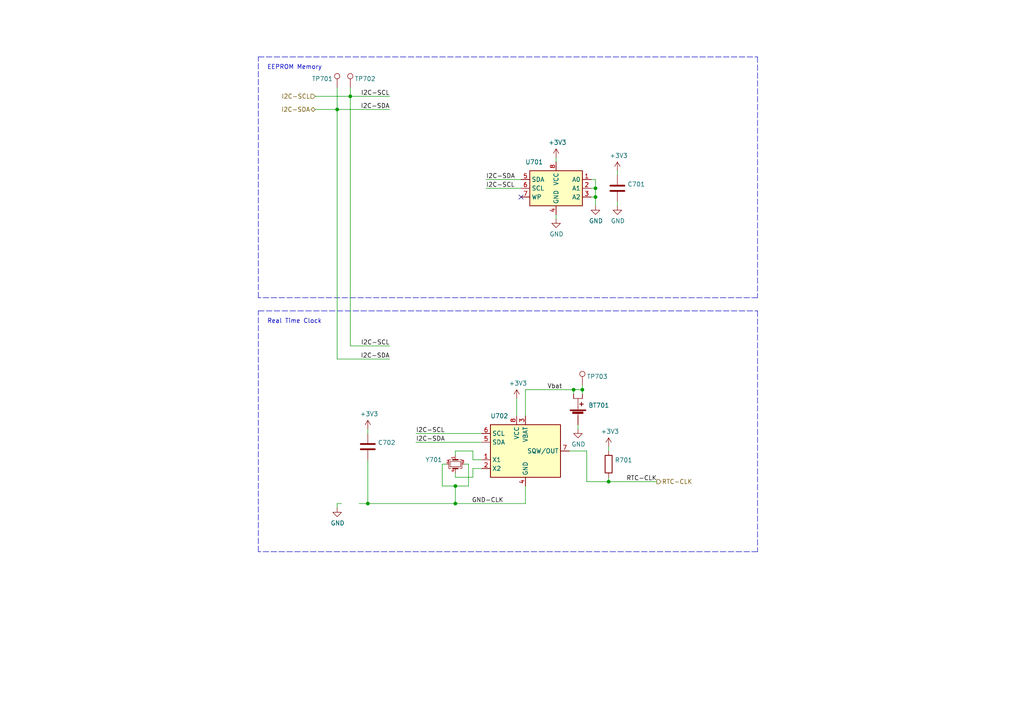
<source format=kicad_sch>
(kicad_sch (version 20211123) (generator eeschema)
  (paper "A4")
  (title_block (title "24 Clocks") (date "GITDATE") (rev "GITHASH") (company "Martin van Leussen"))
  (lib_symbols
    (symbol "24-clocks-rescue:Battery_Cell_2Plus-24-clocks" (pin_numbers hide) (pin_names (offset 0) hide)
      (property "Reference" "BT" (at 2.54 2.54 0))
      (property "Value" "Battery_Cell_2Plus-24-clocks" (at 2.54 0 0))
      (symbol "Battery_Cell_2Plus-24-clocks_0_1"
        (rectangle (start -2.286 1.778) (end 2.286 1.524) (fill (type outline)))
        (rectangle (start -1.5748 1.1938) (end 1.4732 0.6858) (fill (type outline)))
        (polyline (pts (xy -1.27 5.08) (xy 1.27 5.08)))
        (polyline (pts (xy 0 0.762) (xy 0 0)))
        (polyline (pts (xy 0 1.778) (xy 0 2.54)))
        (polyline (pts (xy 0 2.54) (xy 0 5.08)))
        (polyline (pts (xy 0.508 3.429) (xy 1.524 3.429)) (stroke (width 0.254)))
        (polyline (pts (xy 1.016 3.937) (xy 1.016 2.921)) (stroke (width 0.254)))
      )
      (symbol "Battery_Cell_2Plus-24-clocks_1_1"
        (pin passive line (at -1.27 6.35 270) (length 1.27) (name "+") (number "1"))
        (pin passive line (at 0 -2.54 90) (length 2.54) (name "-") (number "2"))
        (pin passive line (at 1.27 6.35 270) (length 1.27) (name "+") (number "3"))
      )
    )
    (symbol "Connector:TestPoint" (pin_numbers hide) (pin_names (offset 0.762) hide)
      (property "Reference" "TP" (at 0 6.858 0))
      (property "Value" "TestPoint" (at 0 5.08 0))
      (symbol "TestPoint_0_1"
        (circle (center 0 3.302) (radius 0.762))
      )
      (symbol "TestPoint_1_1"
        (pin passive line (at 0 0 90) (length 2.54) (name "1") (number "1"))
      )
    )
    (symbol "Device:C" (pin_numbers hide) (pin_names (offset 0.254))
      (property "Reference" "C" (at 0.635 2.54 0))
      (property "Value" "C" (at 0.635 -2.54 0))
      (symbol "C_0_1"
        (polyline (pts (xy -2.032 -0.762) (xy 2.032 -0.762)) (stroke (width 0.508)))
        (polyline (pts (xy -2.032 0.762) (xy 2.032 0.762)) (stroke (width 0.508)))
      )
      (symbol "C_1_1"
        (pin passive line (at 0 3.81 270) (length 2.794) (name "~") (number "1"))
        (pin passive line (at 0 -3.81 90) (length 2.794) (name "~") (number "2"))
      )
    )
    (symbol "Device:Crystal_GND23_Small" (pin_names (offset 1.016) hide)
      (property "Reference" "Y" (at 1.27 4.445 0))
      (property "Value" "Crystal_GND23_Small" (at 1.27 2.54 0))
      (symbol "Crystal_GND23_Small_0_1"
        (rectangle (start -0.762 -1.524) (end 0.762 1.524))
        (polyline (pts (xy -1.27 -0.762) (xy -1.27 0.762)) (stroke (width 0.381)))
        (polyline (pts (xy 1.27 -0.762) (xy 1.27 0.762)) (stroke (width 0.381)))
        (polyline (pts (xy -1.27 -1.27) (xy -1.27 -1.905) (xy 1.27 -1.905) (xy 1.27 -1.27)))
        (polyline (pts (xy -1.27 1.27) (xy -1.27 1.905) (xy 1.27 1.905) (xy 1.27 1.27)))
      )
      (symbol "Crystal_GND23_Small_1_1"
        (pin passive line (at -2.54 0 0) (length 1.27) (name "1") (number "1"))
        (pin passive line (at 0 -2.54 90) (length 0.635) (name "2") (number "2"))
        (pin passive line (at 0 2.54 270) (length 0.635) (name "3") (number "3"))
        (pin passive line (at 2.54 0 180) (length 1.27) (name "4") (number "4"))
      )
    )
    (symbol "Device:R" (pin_numbers hide) (pin_names (offset 0))
      (property "Reference" "R" (at 2.032 0 90))
      (property "Value" "R" (at 0 0 90))
      (symbol "R_0_1"
        (rectangle (start -1.016 -2.54) (end 1.016 2.54) (stroke (width 0.254)))
      )
      (symbol "R_1_1"
        (pin passive line (at 0 3.81 270) (length 1.27) (name "~") (number "1"))
        (pin passive line (at 0 -3.81 90) (length 1.27) (name "~") (number "2"))
      )
    )
    (symbol "Memory_EEPROM:24LC512"
      (property "Reference" "U" (at -6.35 6.35 0))
      (property "Value" "24LC512" (at 1.27 6.35 0))
      (symbol "24LC512_1_1"
        (rectangle (start -7.62 5.08) (end 7.62 -5.08) (stroke (width 0.254)) (fill (type background)))
        (pin input line (at -10.16 2.54 0) (length 2.54) (name "A0") (number "1"))
        (pin input line (at -10.16 0 0) (length 2.54) (name "A1") (number "2"))
        (pin input line (at -10.16 -2.54 0) (length 2.54) (name "A2") (number "3"))
        (pin power_in line (at 0 -7.62 90) (length 2.54) (name "GND") (number "4"))
        (pin bidirectional line (at 10.16 2.54 180) (length 2.54) (name "SDA") (number "5"))
        (pin input line (at 10.16 0 180) (length 2.54) (name "SCL") (number "6"))
        (pin input line (at 10.16 -2.54 180) (length 2.54) (name "WP") (number "7"))
        (pin power_in line (at 0 7.62 270) (length 2.54) (name "VCC") (number "8"))
      )
    )
    (symbol "Timer_RTC:DS1307+"
      (property "Reference" "U" (at -8.89 8.89 0))
      (property "Value" "DS1307+" (at 1.27 8.89 0))
      (symbol "DS1307+_0_1"
        (rectangle (start -10.16 7.62) (end 10.16 -7.62) (stroke (width 0.254)) (fill (type background)))
      )
      (symbol "DS1307+_1_1"
        (pin input line (at -12.7 -2.54 0) (length 2.54) (name "X1") (number "1"))
        (pin input line (at -12.7 -5.08 0) (length 2.54) (name "X2") (number "2"))
        (pin power_in line (at 0 10.16 270) (length 2.54) (name "VBAT") (number "3"))
        (pin power_in line (at 0 -10.16 90) (length 2.54) (name "GND") (number "4"))
        (pin bidirectional line (at -12.7 2.54 0) (length 2.54) (name "SDA") (number "5"))
        (pin input line (at -12.7 5.08 0) (length 2.54) (name "SCL") (number "6"))
        (pin open_collector line (at 12.7 0 180) (length 2.54) (name "SQW/OUT") (number "7"))
        (pin power_in line (at -2.54 10.16 270) (length 2.54) (name "VCC") (number "8"))
      )
    )
    (symbol "power:+3V3" (power) (pin_names (offset 0))
      (property "Value" "+3V3" (at 0 3.556 0))
      (symbol "+3V3_0_1"
        (polyline (pts (xy -0.762 1.27) (xy 0 2.54)))
        (polyline (pts (xy 0 0) (xy 0 2.54)))
        (polyline (pts (xy 0 2.54) (xy 0.762 1.27)))
      )
      (symbol "+3V3_1_1"
        (pin power_in line (at 0 0 90) (length 0) hide (name "+3V3") (number "1"))
      )
    )
    (symbol "power:GND" (power) (pin_names (offset 0))
      (property "Value" "GND" (at 0 -3.81 0))
      (symbol "GND_0_1"
        (polyline (pts (xy 0 0) (xy 0 -1.27) (xy 1.27 -1.27) (xy 0 -2.54) (xy -1.27 -1.27) (xy 0 -1.27)))
      )
      (symbol "GND_1_1"
        (pin power_in line (at 0 0 270) (length 0) hide (name "GND") (number "1"))
      )
    )
  )
  (junction (at 176.53 139.7))
  (junction (at 172.72 57.15))
  (junction (at 101.6 27.94))
  (junction (at 166.37 113.03))
  (junction (at 132.08 140.97))
  (junction (at 97.79 31.75))
  (junction (at 132.08 146.05))
  (junction (at 168.91 113.03))
  (junction (at 106.68 146.05))
  (junction (at 172.72 54.61))
  (no_connect (at 151.13 57.15))
  (wire (pts (xy 172.72 59.69) (xy 172.72 57.15)))
  (wire (pts (xy 139.7 125.73) (xy 120.65 125.73)))
  (wire (pts (xy 106.68 124.46) (xy 106.68 125.73)))
  (wire (pts (xy 172.72 54.61) (xy 172.72 52.07)))
  (wire (pts (xy 132.08 146.05) (xy 152.4 146.05)))
  (wire (pts (xy 106.68 146.05) (xy 132.08 146.05)))
  (wire (pts (xy 170.18 139.7) (xy 170.18 130.81)))
  (wire (pts (xy 172.72 57.15) (xy 172.72 54.61)))
  (wire (pts (xy 137.16 133.35) (xy 139.7 133.35)))
  (wire (pts (xy 132.08 140.97) (xy 135.89 140.97)))
  (wire (pts (xy 161.29 63.5) (xy 161.29 62.23)))
  (wire (pts (xy 176.53 139.7) (xy 170.18 139.7)))
  (wire (pts (xy 132.08 138.43) (xy 132.08 137.16)))
  (wire (pts (xy 132.08 132.08) (xy 132.08 130.81)))
  (wire (pts (xy 149.86 115.57) (xy 149.86 120.65)))
  (wire (pts (xy 97.79 31.75) (xy 97.79 104.14)))
  (wire (pts (xy 170.18 130.81) (xy 165.1 130.81)))
  (wire (pts (xy 179.07 49.53) (xy 179.07 50.8)))
  (wire (pts (xy 97.79 146.05) (xy 99.06 146.05)))
  (wire (pts (xy 139.7 128.27) (xy 120.65 128.27)))
  (wire (pts (xy 137.16 138.43) (xy 132.08 138.43)))
  (wire (pts (xy 139.7 135.89) (xy 137.16 135.89)))
  (wire (pts (xy 176.53 139.7) (xy 190.5 139.7)))
  (wire (pts (xy 167.64 124.46) (xy 167.64 123.19)))
  (wire (pts (xy 168.91 113.03) (xy 168.91 114.3)))
  (wire (pts (xy 171.45 57.15) (xy 172.72 57.15)))
  (wire (pts (xy 151.13 54.61) (xy 140.97 54.61)))
  (wire (pts (xy 132.08 140.97) (xy 132.08 146.05)))
  (wire (pts (xy 135.89 134.62) (xy 134.62 134.62)))
  (wire (pts (xy 97.79 104.14) (xy 113.03 104.14)))
  (wire (pts (xy 172.72 52.07) (xy 171.45 52.07)))
  (wire (pts (xy 137.16 135.89) (xy 137.16 138.43)))
  (polyline (pts (xy 219.71 90.17) (xy 219.71 160.02)))
  (polyline (pts (xy 219.71 16.51) (xy 219.71 86.36)))
  (wire (pts (xy 128.27 140.97) (xy 132.08 140.97)))
  (wire (pts (xy 101.6 25.4) (xy 101.6 27.94)))
  (wire (pts (xy 161.29 45.72) (xy 161.29 46.99)))
  (wire (pts (xy 152.4 113.03) (xy 166.37 113.03)))
  (wire (pts (xy 101.6 100.33) (xy 113.03 100.33)))
  (wire (pts (xy 129.54 134.62) (xy 128.27 134.62)))
  (wire (pts (xy 97.79 147.32) (xy 97.79 146.05)))
  (wire (pts (xy 106.68 133.35) (xy 106.68 146.05)))
  (wire (pts (xy 176.53 129.54) (xy 176.53 130.81)))
  (wire (pts (xy 91.44 31.75) (xy 97.79 31.75)))
  (polyline (pts (xy 74.93 160.02) (xy 74.93 90.17)))
  (polyline (pts (xy 219.71 160.02) (xy 74.93 160.02)))
  (wire (pts (xy 101.6 27.94) (xy 113.03 27.94)))
  (wire (pts (xy 166.37 114.3) (xy 166.37 113.03)))
  (wire (pts (xy 152.4 140.97) (xy 152.4 146.05)))
  (polyline (pts (xy 74.93 16.51) (xy 219.71 16.51)))
  (wire (pts (xy 97.79 31.75) (xy 113.03 31.75)))
  (wire (pts (xy 135.89 140.97) (xy 135.89 134.62)))
  (polyline (pts (xy 219.71 86.36) (xy 74.93 86.36)))
  (wire (pts (xy 97.79 25.4) (xy 97.79 31.75)))
  (wire (pts (xy 171.45 54.61) (xy 172.72 54.61)))
  (polyline (pts (xy 74.93 86.36) (xy 74.93 16.51)))
  (polyline (pts (xy 74.93 90.17) (xy 219.71 90.17)))
  (wire (pts (xy 104.14 146.05) (xy 106.68 146.05)))
  (wire (pts (xy 176.53 138.43) (xy 176.53 139.7)))
  (wire (pts (xy 179.07 58.42) (xy 179.07 59.69)))
  (wire (pts (xy 166.37 113.03) (xy 168.91 113.03)))
  (wire (pts (xy 91.44 27.94) (xy 101.6 27.94)))
  (wire (pts (xy 152.4 120.65) (xy 152.4 113.03)))
  (wire (pts (xy 168.91 111.76) (xy 168.91 113.03)))
  (wire (pts (xy 137.16 130.81) (xy 137.16 133.35)))
  (wire (pts (xy 128.27 134.62) (xy 128.27 140.97)))
  (wire (pts (xy 101.6 27.94) (xy 101.6 100.33)))
  (wire (pts (xy 132.08 130.81) (xy 137.16 130.81)))
  (wire (pts (xy 151.13 52.07) (xy 140.97 52.07)))
  (text "EEPROM Memory" (at 77.47 20.32 0) (effects (font (size 1.27 1.27)) (justify left bottom)))
  (text "Real Time Clock" (at 77.47 93.98 0) (effects (font (size 1.27 1.27)) (justify left bottom)))
  (label "I2C-SCL" (at 120.65 125.73 0))
  (label "GND-CLK" (at 146.05 146.05 180))
  (label "I2C-SCL" (at 113.03 27.94 180))
  (label "I2C-SDA" (at 120.65 128.27 0))
  (label "RTC-CLK" (at 190.5 139.7 180))
  (label "I2C-SDA" (at 113.03 31.75 180))
  (label "I2C-SCL" (at 113.03 100.33 180))
  (label "I2C-SCL" (at 140.97 54.61 0))
  (label "I2C-SDA" (at 140.97 52.07 0))
  (label "I2C-SDA" (at 113.03 104.14 180))
  (label "Vbat" (at 158.75 113.03 0))
  (hierarchical_label "I2C-SDA" (shape bidirectional) (at 91.44 31.75 180))
  (hierarchical_label "RTC-CLK" (shape output) (at 190.5 139.7 0))
  (hierarchical_label "I2C-SCL" (shape input) (at 91.44 27.94 180))
  (symbol (lib_id "Memory_EEPROM:24LC512") (at 161.29 54.61 0) (mirror y) (unit 1)
    (property "Reference" "U701" (at 154.94 46.99 0))
    (property "Datasheet" "http://ww1.microchip.com/downloads/en/DeviceDoc/21754M.pdf" (effects hide))
  )
  (symbol (lib_id "power:GND") (at 161.29 63.5 0) (unit 1)
    (property "Reference" "#PWR0705" (effects hide))
  )
  (symbol (lib_id "power:+3V3") (at 161.29 45.72 0) (unit 1)
    (property "Reference" "#PWR0701" (effects hide))
  )
  (symbol (lib_id "Device:C") (at 179.07 54.61 0) (unit 1)
    (property "Reference" "C701" (at 181.991 53.4416 0) (effects (justify left)))
  )
  (symbol (lib_id "power:GND") (at 179.07 59.69 0) (unit 1)
    (property "Reference" "#PWR0704" (effects hide))
  )
  (symbol (lib_id "power:+3V3") (at 179.07 49.53 0) (unit 1)
    (property "Reference" "#PWR0702" (effects hide))
  )
  (symbol (lib_id "power:GND") (at 172.72 59.69 0) (unit 1)
    (property "Reference" "#PWR0703" (effects hide))
  )
  (symbol (lib_id "Timer_RTC:DS1307+") (at 152.4 130.81 0) (unit 1)
    (property "Reference" "U702" (at 142.24 120.65 0) (effects (justify left)))
    (property "Datasheet" "https://datasheets.maximintegrated.com/en/ds/DS1307.pdf" (effects hide))
    (property "Config" "-SLAVE" (effects hide))
  )
  (symbol (lib_id "power:+3V3") (at 176.53 129.54 0) (unit 1)
    (property "Reference" "#PWR0709" (effects hide))
  )
  (symbol (lib_id "Device:R") (at 176.53 134.62 0) (unit 1)
    (property "Reference" "R701" (at 178.308 133.4516 0) (effects (justify left)))
    (property "Config" "-SLAVE" (effects hide))
  )
  (symbol (lib_id "power:GND") (at 167.64 124.46 0) (unit 1)
    (property "Reference" "#PWR0708" (effects hide))
  )
  (symbol (lib_id "power:GND") (at 97.79 147.32 0) (unit 1)
    (property "Reference" "#PWR0711" (effects hide))
  )
  (symbol (lib_id "power:+3V3") (at 149.86 115.57 0) (unit 1)
    (property "Reference" "#PWR0706" (effects hide))
  )
  (symbol (lib_id "Device:C") (at 106.68 129.54 0) (unit 1)
    (property "Reference" "C702" (at 109.601 128.3716 0) (effects (justify left)))
    (property "Config" "-SLAVE" (effects hide))
  )
  (symbol (lib_id "power:+3V3") (at 106.68 124.46 0) (unit 1)
    (property "Reference" "#PWR0707" (effects hide))
  )
  (symbol (lib_id "Connector:TestPoint") (at 168.91 111.76 0) (unit 1)
    (property "Reference" "TP703" (at 170.18 109.22 0) (effects (justify left)))
  )
  (symbol (lib_id "Device:Crystal_GND23_Small") (at 132.08 134.62 270) (unit 1)
    (property "Reference" "Y701" (at 128.27 133.35 90) (effects (justify right)))
    (property "Config" "-SLAVE" (effects hide))
  )
  (symbol (lib_id "24-clocks-rescue:Battery_Cell_2Plus-24-clocks") (at 167.64 120.65 0) (unit 1)
    (property "Reference" "BT701" (at 170.6372 117.5766 0) (effects (justify left)))
    (property "Config" "-SLAVE" (effects hide))
  )
  (symbol (lib_id "Connector:TestPoint") (at 97.79 25.4 0) (mirror y) (unit 1)
    (property "Reference" "TP701" (at 96.52 22.86 0) (effects (justify left)))
  )
  (symbol (lib_id "Connector:TestPoint") (at 101.6 25.4 0) (unit 1)
    (property "Reference" "TP702" (at 102.87 22.86 0) (effects (justify left)))
  )
  (symbol (lib_id "24-clocks-rescue:Net-Tie_2-Device") (at 101.6 146.05 180) (unit 1)
    (property "Reference" "NT701" (effects hide))
  )
)
</source>
